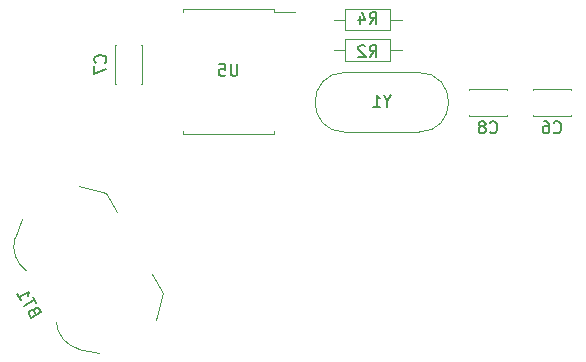
<source format=gbr>
%TF.GenerationSoftware,KiCad,Pcbnew,7.0.0*%
%TF.CreationDate,2023-08-22T22:14:13+08:00*%
%TF.ProjectId,OpenNixie,4f70656e-4e69-4786-9965-2e6b69636164,v3.0*%
%TF.SameCoordinates,Original*%
%TF.FileFunction,Legend,Bot*%
%TF.FilePolarity,Positive*%
%FSLAX46Y46*%
G04 Gerber Fmt 4.6, Leading zero omitted, Abs format (unit mm)*
G04 Created by KiCad (PCBNEW 7.0.0) date 2023-08-22 22:14:13*
%MOMM*%
%LPD*%
G01*
G04 APERTURE LIST*
%ADD10C,0.150000*%
%ADD11C,0.120000*%
G04 APERTURE END LIST*
D10*
%TO.C,R2*%
X162516666Y-78767380D02*
X162849999Y-78291190D01*
X163088094Y-78767380D02*
X163088094Y-77767380D01*
X163088094Y-77767380D02*
X162707142Y-77767380D01*
X162707142Y-77767380D02*
X162611904Y-77815000D01*
X162611904Y-77815000D02*
X162564285Y-77862619D01*
X162564285Y-77862619D02*
X162516666Y-77957857D01*
X162516666Y-77957857D02*
X162516666Y-78100714D01*
X162516666Y-78100714D02*
X162564285Y-78195952D01*
X162564285Y-78195952D02*
X162611904Y-78243571D01*
X162611904Y-78243571D02*
X162707142Y-78291190D01*
X162707142Y-78291190D02*
X163088094Y-78291190D01*
X162135713Y-77862619D02*
X162088094Y-77815000D01*
X162088094Y-77815000D02*
X161992856Y-77767380D01*
X161992856Y-77767380D02*
X161754761Y-77767380D01*
X161754761Y-77767380D02*
X161659523Y-77815000D01*
X161659523Y-77815000D02*
X161611904Y-77862619D01*
X161611904Y-77862619D02*
X161564285Y-77957857D01*
X161564285Y-77957857D02*
X161564285Y-78053095D01*
X161564285Y-78053095D02*
X161611904Y-78195952D01*
X161611904Y-78195952D02*
X162183332Y-78767380D01*
X162183332Y-78767380D02*
X161564285Y-78767380D01*
%TO.C,BT1*%
X134132176Y-100302234D02*
X134019508Y-100202325D01*
X134019508Y-100202325D02*
X133954459Y-100184896D01*
X133954459Y-100184896D02*
X133848171Y-100191275D01*
X133848171Y-100191275D02*
X133724453Y-100262704D01*
X133724453Y-100262704D02*
X133665784Y-100351562D01*
X133665784Y-100351562D02*
X133648354Y-100416611D01*
X133648354Y-100416611D02*
X133654734Y-100522899D01*
X133654734Y-100522899D02*
X133845210Y-100852814D01*
X133845210Y-100852814D02*
X134711236Y-100352814D01*
X134711236Y-100352814D02*
X134544569Y-100064139D01*
X134544569Y-100064139D02*
X134455711Y-100005470D01*
X134455711Y-100005470D02*
X134390662Y-99988040D01*
X134390662Y-99988040D02*
X134284374Y-99994420D01*
X134284374Y-99994420D02*
X134201895Y-100042039D01*
X134201895Y-100042039D02*
X134143226Y-100130897D01*
X134143226Y-100130897D02*
X134125796Y-100195946D01*
X134125796Y-100195946D02*
X134132176Y-100302234D01*
X134132176Y-100302234D02*
X134298842Y-100590909D01*
X134282664Y-99610506D02*
X133996950Y-99115635D01*
X133273782Y-99863070D02*
X134139807Y-99363070D01*
X132702353Y-98873327D02*
X132988067Y-99368199D01*
X132845210Y-99120763D02*
X133711235Y-98620763D01*
X133711235Y-98620763D02*
X133635137Y-98774670D01*
X133635137Y-98774670D02*
X133600277Y-98904768D01*
X133600277Y-98904768D02*
X133606657Y-99011056D01*
%TO.C,U5*%
X151311904Y-79367380D02*
X151311904Y-80176904D01*
X151311904Y-80176904D02*
X151264285Y-80272142D01*
X151264285Y-80272142D02*
X151216666Y-80319761D01*
X151216666Y-80319761D02*
X151121428Y-80367380D01*
X151121428Y-80367380D02*
X150930952Y-80367380D01*
X150930952Y-80367380D02*
X150835714Y-80319761D01*
X150835714Y-80319761D02*
X150788095Y-80272142D01*
X150788095Y-80272142D02*
X150740476Y-80176904D01*
X150740476Y-80176904D02*
X150740476Y-79367380D01*
X149788095Y-79367380D02*
X150264285Y-79367380D01*
X150264285Y-79367380D02*
X150311904Y-79843571D01*
X150311904Y-79843571D02*
X150264285Y-79795952D01*
X150264285Y-79795952D02*
X150169047Y-79748333D01*
X150169047Y-79748333D02*
X149930952Y-79748333D01*
X149930952Y-79748333D02*
X149835714Y-79795952D01*
X149835714Y-79795952D02*
X149788095Y-79843571D01*
X149788095Y-79843571D02*
X149740476Y-79938809D01*
X149740476Y-79938809D02*
X149740476Y-80176904D01*
X149740476Y-80176904D02*
X149788095Y-80272142D01*
X149788095Y-80272142D02*
X149835714Y-80319761D01*
X149835714Y-80319761D02*
X149930952Y-80367380D01*
X149930952Y-80367380D02*
X150169047Y-80367380D01*
X150169047Y-80367380D02*
X150264285Y-80319761D01*
X150264285Y-80319761D02*
X150311904Y-80272142D01*
%TO.C,C8*%
X172716666Y-85122142D02*
X172764285Y-85169761D01*
X172764285Y-85169761D02*
X172907142Y-85217380D01*
X172907142Y-85217380D02*
X173002380Y-85217380D01*
X173002380Y-85217380D02*
X173145237Y-85169761D01*
X173145237Y-85169761D02*
X173240475Y-85074523D01*
X173240475Y-85074523D02*
X173288094Y-84979285D01*
X173288094Y-84979285D02*
X173335713Y-84788809D01*
X173335713Y-84788809D02*
X173335713Y-84645952D01*
X173335713Y-84645952D02*
X173288094Y-84455476D01*
X173288094Y-84455476D02*
X173240475Y-84360238D01*
X173240475Y-84360238D02*
X173145237Y-84265000D01*
X173145237Y-84265000D02*
X173002380Y-84217380D01*
X173002380Y-84217380D02*
X172907142Y-84217380D01*
X172907142Y-84217380D02*
X172764285Y-84265000D01*
X172764285Y-84265000D02*
X172716666Y-84312619D01*
X172145237Y-84645952D02*
X172240475Y-84598333D01*
X172240475Y-84598333D02*
X172288094Y-84550714D01*
X172288094Y-84550714D02*
X172335713Y-84455476D01*
X172335713Y-84455476D02*
X172335713Y-84407857D01*
X172335713Y-84407857D02*
X172288094Y-84312619D01*
X172288094Y-84312619D02*
X172240475Y-84265000D01*
X172240475Y-84265000D02*
X172145237Y-84217380D01*
X172145237Y-84217380D02*
X171954761Y-84217380D01*
X171954761Y-84217380D02*
X171859523Y-84265000D01*
X171859523Y-84265000D02*
X171811904Y-84312619D01*
X171811904Y-84312619D02*
X171764285Y-84407857D01*
X171764285Y-84407857D02*
X171764285Y-84455476D01*
X171764285Y-84455476D02*
X171811904Y-84550714D01*
X171811904Y-84550714D02*
X171859523Y-84598333D01*
X171859523Y-84598333D02*
X171954761Y-84645952D01*
X171954761Y-84645952D02*
X172145237Y-84645952D01*
X172145237Y-84645952D02*
X172240475Y-84693571D01*
X172240475Y-84693571D02*
X172288094Y-84741190D01*
X172288094Y-84741190D02*
X172335713Y-84836428D01*
X172335713Y-84836428D02*
X172335713Y-85026904D01*
X172335713Y-85026904D02*
X172288094Y-85122142D01*
X172288094Y-85122142D02*
X172240475Y-85169761D01*
X172240475Y-85169761D02*
X172145237Y-85217380D01*
X172145237Y-85217380D02*
X171954761Y-85217380D01*
X171954761Y-85217380D02*
X171859523Y-85169761D01*
X171859523Y-85169761D02*
X171811904Y-85122142D01*
X171811904Y-85122142D02*
X171764285Y-85026904D01*
X171764285Y-85026904D02*
X171764285Y-84836428D01*
X171764285Y-84836428D02*
X171811904Y-84741190D01*
X171811904Y-84741190D02*
X171859523Y-84693571D01*
X171859523Y-84693571D02*
X171954761Y-84645952D01*
%TO.C,Y1*%
X164026190Y-82491190D02*
X164026190Y-82967380D01*
X164359523Y-81967380D02*
X164026190Y-82491190D01*
X164026190Y-82491190D02*
X163692857Y-81967380D01*
X162835714Y-82967380D02*
X163407142Y-82967380D01*
X163121428Y-82967380D02*
X163121428Y-81967380D01*
X163121428Y-81967380D02*
X163216666Y-82110238D01*
X163216666Y-82110238D02*
X163311904Y-82205476D01*
X163311904Y-82205476D02*
X163407142Y-82253095D01*
%TO.C,C7*%
X140122142Y-79233333D02*
X140169761Y-79185714D01*
X140169761Y-79185714D02*
X140217380Y-79042857D01*
X140217380Y-79042857D02*
X140217380Y-78947619D01*
X140217380Y-78947619D02*
X140169761Y-78804762D01*
X140169761Y-78804762D02*
X140074523Y-78709524D01*
X140074523Y-78709524D02*
X139979285Y-78661905D01*
X139979285Y-78661905D02*
X139788809Y-78614286D01*
X139788809Y-78614286D02*
X139645952Y-78614286D01*
X139645952Y-78614286D02*
X139455476Y-78661905D01*
X139455476Y-78661905D02*
X139360238Y-78709524D01*
X139360238Y-78709524D02*
X139265000Y-78804762D01*
X139265000Y-78804762D02*
X139217380Y-78947619D01*
X139217380Y-78947619D02*
X139217380Y-79042857D01*
X139217380Y-79042857D02*
X139265000Y-79185714D01*
X139265000Y-79185714D02*
X139312619Y-79233333D01*
X139217380Y-79566667D02*
X139217380Y-80233333D01*
X139217380Y-80233333D02*
X140217380Y-79804762D01*
%TO.C,C6*%
X178116666Y-85122142D02*
X178164285Y-85169761D01*
X178164285Y-85169761D02*
X178307142Y-85217380D01*
X178307142Y-85217380D02*
X178402380Y-85217380D01*
X178402380Y-85217380D02*
X178545237Y-85169761D01*
X178545237Y-85169761D02*
X178640475Y-85074523D01*
X178640475Y-85074523D02*
X178688094Y-84979285D01*
X178688094Y-84979285D02*
X178735713Y-84788809D01*
X178735713Y-84788809D02*
X178735713Y-84645952D01*
X178735713Y-84645952D02*
X178688094Y-84455476D01*
X178688094Y-84455476D02*
X178640475Y-84360238D01*
X178640475Y-84360238D02*
X178545237Y-84265000D01*
X178545237Y-84265000D02*
X178402380Y-84217380D01*
X178402380Y-84217380D02*
X178307142Y-84217380D01*
X178307142Y-84217380D02*
X178164285Y-84265000D01*
X178164285Y-84265000D02*
X178116666Y-84312619D01*
X177259523Y-84217380D02*
X177449999Y-84217380D01*
X177449999Y-84217380D02*
X177545237Y-84265000D01*
X177545237Y-84265000D02*
X177592856Y-84312619D01*
X177592856Y-84312619D02*
X177688094Y-84455476D01*
X177688094Y-84455476D02*
X177735713Y-84645952D01*
X177735713Y-84645952D02*
X177735713Y-85026904D01*
X177735713Y-85026904D02*
X177688094Y-85122142D01*
X177688094Y-85122142D02*
X177640475Y-85169761D01*
X177640475Y-85169761D02*
X177545237Y-85217380D01*
X177545237Y-85217380D02*
X177354761Y-85217380D01*
X177354761Y-85217380D02*
X177259523Y-85169761D01*
X177259523Y-85169761D02*
X177211904Y-85122142D01*
X177211904Y-85122142D02*
X177164285Y-85026904D01*
X177164285Y-85026904D02*
X177164285Y-84788809D01*
X177164285Y-84788809D02*
X177211904Y-84693571D01*
X177211904Y-84693571D02*
X177259523Y-84645952D01*
X177259523Y-84645952D02*
X177354761Y-84598333D01*
X177354761Y-84598333D02*
X177545237Y-84598333D01*
X177545237Y-84598333D02*
X177640475Y-84645952D01*
X177640475Y-84645952D02*
X177688094Y-84693571D01*
X177688094Y-84693571D02*
X177735713Y-84788809D01*
%TO.C,R4*%
X162526666Y-75967380D02*
X162859999Y-75491190D01*
X163098094Y-75967380D02*
X163098094Y-74967380D01*
X163098094Y-74967380D02*
X162717142Y-74967380D01*
X162717142Y-74967380D02*
X162621904Y-75015000D01*
X162621904Y-75015000D02*
X162574285Y-75062619D01*
X162574285Y-75062619D02*
X162526666Y-75157857D01*
X162526666Y-75157857D02*
X162526666Y-75300714D01*
X162526666Y-75300714D02*
X162574285Y-75395952D01*
X162574285Y-75395952D02*
X162621904Y-75443571D01*
X162621904Y-75443571D02*
X162717142Y-75491190D01*
X162717142Y-75491190D02*
X163098094Y-75491190D01*
X161669523Y-75300714D02*
X161669523Y-75967380D01*
X161907618Y-74919761D02*
X162145713Y-75634047D01*
X162145713Y-75634047D02*
X161526666Y-75634047D01*
D11*
%TO.C,R2*%
X165220000Y-78200000D02*
X164270000Y-78200000D01*
X164270000Y-79120000D02*
X160430000Y-79120000D01*
X164270000Y-77280000D02*
X164270000Y-79120000D01*
X160430000Y-79120000D02*
X160430000Y-77280000D01*
X160430000Y-77280000D02*
X164270000Y-77280000D01*
X159480000Y-78200000D02*
X160430000Y-78200000D01*
%TO.C,BT1*%
X139606828Y-103797466D02*
X137862693Y-103476537D01*
X144456570Y-100997466D02*
X145060512Y-98743524D01*
X145060512Y-98743524D02*
X144110512Y-97098076D01*
X140160512Y-90256476D02*
X141110512Y-91901924D01*
X140160512Y-90256476D02*
X137906570Y-89652534D01*
X133056828Y-92452534D02*
X132462693Y-94123463D01*
X135983802Y-101217416D02*
G75*
G03*
X137862693Y-103476536I2537737J199725D01*
G01*
X132462694Y-94123463D02*
G75*
G03*
X133481900Y-96881699I2458845J-658846D01*
G01*
%TO.C,U5*%
X154410000Y-85260000D02*
X154410000Y-85005000D01*
X154410000Y-74995000D02*
X156225000Y-74995000D01*
X154410000Y-74740000D02*
X154410000Y-74995000D01*
X150550000Y-85260000D02*
X154410000Y-85260000D01*
X150550000Y-85260000D02*
X146690000Y-85260000D01*
X150550000Y-74740000D02*
X154410000Y-74740000D01*
X150550000Y-74740000D02*
X146690000Y-74740000D01*
X146690000Y-85260000D02*
X146690000Y-85005000D01*
X146690000Y-74740000D02*
X146690000Y-74995000D01*
%TO.C,C8*%
X170930000Y-81480000D02*
X174170000Y-81480000D01*
X170930000Y-81545000D02*
X170930000Y-81480000D01*
X170930000Y-83720000D02*
X170930000Y-83655000D01*
X170930000Y-83720000D02*
X174170000Y-83720000D01*
X174170000Y-81545000D02*
X174170000Y-81480000D01*
X174170000Y-83720000D02*
X174170000Y-83655000D01*
%TO.C,Y1*%
X160425000Y-80075000D02*
X166675000Y-80075000D01*
X160425000Y-85125000D02*
X166675000Y-85125000D01*
X160425000Y-80075000D02*
G75*
G03*
X160425000Y-85125000I0J-2525000D01*
G01*
X166675000Y-85125000D02*
G75*
G03*
X166675000Y-80075000I0J2525000D01*
G01*
%TO.C,C7*%
X143220000Y-77780000D02*
X143220000Y-81020000D01*
X143155000Y-77780000D02*
X143220000Y-77780000D01*
X140980000Y-77780000D02*
X141045000Y-77780000D01*
X140980000Y-77780000D02*
X140980000Y-81020000D01*
X143155000Y-81020000D02*
X143220000Y-81020000D01*
X140980000Y-81020000D02*
X141045000Y-81020000D01*
%TO.C,C6*%
X176330000Y-81480000D02*
X179570000Y-81480000D01*
X176330000Y-81545000D02*
X176330000Y-81480000D01*
X176330000Y-83720000D02*
X176330000Y-83655000D01*
X176330000Y-83720000D02*
X179570000Y-83720000D01*
X179570000Y-81545000D02*
X179570000Y-81480000D01*
X179570000Y-83720000D02*
X179570000Y-83655000D01*
%TO.C,R4*%
X165220000Y-75600000D02*
X164270000Y-75600000D01*
X164270000Y-76520000D02*
X160430000Y-76520000D01*
X164270000Y-74680000D02*
X164270000Y-76520000D01*
X160430000Y-76520000D02*
X160430000Y-74680000D01*
X160430000Y-74680000D02*
X164270000Y-74680000D01*
X159480000Y-75600000D02*
X160430000Y-75600000D01*
%TD*%
M02*

</source>
